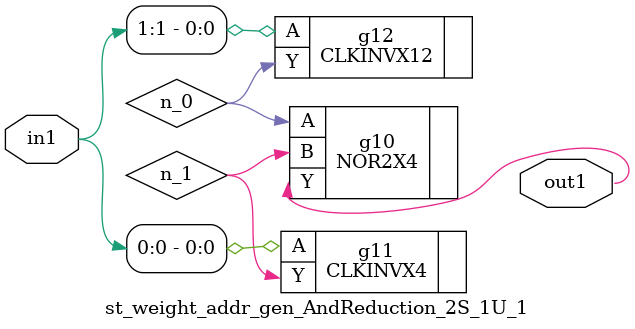
<source format=v>
`timescale 1ps / 1ps


module st_weight_addr_gen_AndReduction_2S_1U_1(in1, out1);
  input [1:0] in1;
  output out1;
  wire [1:0] in1;
  wire out1;
  wire n_0, n_1;
  NOR2X4 g10(.A (n_0), .B (n_1), .Y (out1));
  CLKINVX4 g11(.A (in1[0]), .Y (n_1));
  CLKINVX12 g12(.A (in1[1]), .Y (n_0));
endmodule



</source>
